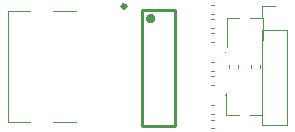
<source format=gbr>
%TF.GenerationSoftware,KiCad,Pcbnew,(6.0.2)*%
%TF.CreationDate,2022-03-06T10:13:05+08:00*%
%TF.ProjectId,USB-TTL-V1,5553422d-5454-44c2-9d56-312e6b696361,rev?*%
%TF.SameCoordinates,Original*%
%TF.FileFunction,Legend,Top*%
%TF.FilePolarity,Positive*%
%FSLAX46Y46*%
G04 Gerber Fmt 4.6, Leading zero omitted, Abs format (unit mm)*
G04 Created by KiCad (PCBNEW (6.0.2)) date 2022-03-06 10:13:05*
%MOMM*%
%LPD*%
G01*
G04 APERTURE LIST*
%ADD10C,0.120000*%
%ADD11C,0.100000*%
%ADD12C,0.254000*%
%ADD13C,0.400000*%
%ADD14C,0.300000*%
G04 APERTURE END LIST*
D10*
%TO.C,J2*%
X108410000Y-91990000D02*
X106410000Y-91990000D01*
X104510000Y-82590000D02*
X102610000Y-82590000D01*
X102610000Y-82590000D02*
X102610000Y-91990000D01*
X104510000Y-91990000D02*
X102610000Y-91990000D01*
X108410000Y-82590000D02*
X106410000Y-82590000D01*
%TO.C,R2*%
X119796359Y-91322342D02*
X120103641Y-91322342D01*
X119796359Y-90562342D02*
X120103641Y-90562342D01*
%TO.C,R4*%
X121320000Y-87146359D02*
X121320000Y-87453641D01*
X122080000Y-87146359D02*
X122080000Y-87453641D01*
%TO.C,C3*%
X119822164Y-92510000D02*
X120037836Y-92510000D01*
X119822164Y-91790000D02*
X120037836Y-91790000D01*
D11*
%TO.C,D3*%
X121090000Y-86071718D02*
G75*
G03*
X121090000Y-86071718I-50000J0D01*
G01*
D10*
%TO.C,Q1*%
X122150000Y-91400000D02*
X121100000Y-91400000D01*
X121100000Y-91400000D02*
X121100000Y-89550000D01*
X124150000Y-91400000D02*
X123150000Y-91400000D01*
X124160000Y-91380000D02*
X124160000Y-88950000D01*
%TO.C,C1*%
X119822164Y-82088750D02*
X120037836Y-82088750D01*
X119822164Y-82808750D02*
X120037836Y-82808750D01*
%TO.C,R1*%
X120103641Y-85234062D02*
X119796359Y-85234062D01*
X120103641Y-84474062D02*
X119796359Y-84474062D01*
%TO.C,C2*%
X119822164Y-84006406D02*
X120037836Y-84006406D01*
X119822164Y-83286406D02*
X120037836Y-83286406D01*
%TO.C,Q2*%
X121140000Y-83220000D02*
X121140000Y-85650000D01*
X121150000Y-83200000D02*
X122150000Y-83200000D01*
X123150000Y-83200000D02*
X124200000Y-83200000D01*
X124200000Y-83200000D02*
X124200000Y-85050000D01*
%TO.C,J1*%
X124140000Y-83225000D02*
X124140000Y-82165000D01*
X124140000Y-82165000D02*
X125200000Y-82165000D01*
X124140000Y-84225000D02*
X124140000Y-92285000D01*
X124140000Y-84225000D02*
X126260000Y-84225000D01*
X124140000Y-92285000D02*
X126260000Y-92285000D01*
X126260000Y-84225000D02*
X126260000Y-92285000D01*
%TO.C,R3*%
X123220000Y-87453641D02*
X123220000Y-87146359D01*
X123980000Y-87453641D02*
X123980000Y-87146359D01*
D11*
%TO.C,D2*%
X121090000Y-89724686D02*
G75*
G03*
X121090000Y-89724686I-50000J0D01*
G01*
D10*
%TO.C,R5*%
X120103641Y-88887030D02*
X119796359Y-88887030D01*
X120103641Y-88127030D02*
X119796359Y-88127030D01*
D12*
%TO.C,U1*%
X114000000Y-92335000D02*
X116800000Y-92335000D01*
X114000000Y-82535000D02*
X114000000Y-92335000D01*
X114000000Y-82535000D02*
X116800000Y-82535000D01*
X116800000Y-82535000D02*
X116800000Y-92335000D01*
D13*
X114900000Y-83235000D02*
G75*
G03*
X114900000Y-83235000I-200000J0D01*
G01*
D14*
X112600000Y-82185000D02*
G75*
G03*
X112600000Y-82185000I-150000J0D01*
G01*
D10*
%TO.C,R6*%
X120103641Y-86909374D02*
X119796359Y-86909374D01*
X120103641Y-87669374D02*
X119796359Y-87669374D01*
%TD*%
M02*

</source>
